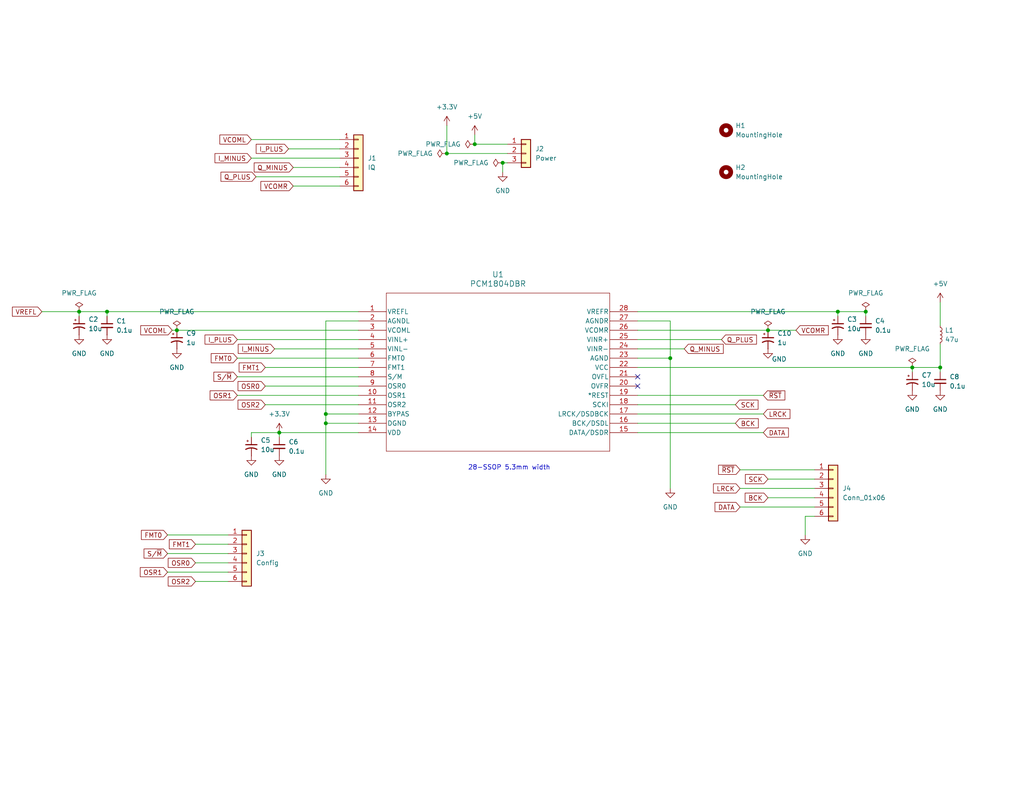
<source format=kicad_sch>
(kicad_sch (version 20231120) (generator "eeschema") (generator_version "8.0")
  (paper "USLetter")
  (title_block (title "PCM1804 Breakout Board") (date "2024-12-03") (rev "1") (company "Bruce MacKinnon KC1FSZ"))
  (lib_symbols
    (symbol "Connector_Generic:Conn_01x03" (pin_names (offset 1.016) hide)
      (property "Reference" "J" (at 0 5.08 0))
      (property "Value" "Conn_01x03" (at 0 -5.08 0))
      (symbol "Conn_01x03_1_1"
        (rectangle (start -1.27 -2.413) (end 0 -2.667) (stroke (width 0.1524)))
        (rectangle (start -1.27 0.127) (end 0 -0.127) (stroke (width 0.1524)))
        (rectangle (start -1.27 2.667) (end 0 2.413) (stroke (width 0.1524)))
        (rectangle (start -1.27 3.81) (end 1.27 -3.81) (stroke (width 0.254)) (fill (type background)))
        (pin passive line (at -5.08 2.54 0) (length 3.81) (name "Pin_1") (number "1"))
        (pin passive line (at -5.08 0 0) (length 3.81) (name "Pin_2") (number "2"))
        (pin passive line (at -5.08 -2.54 0) (length 3.81) (name "Pin_3") (number "3"))
      )
    )
    (symbol "Connector_Generic:Conn_01x06" (pin_names (offset 1.016) hide)
      (property "Reference" "J" (at 0 7.62 0))
      (property "Value" "Conn_01x06" (at 0 -10.16 0))
      (symbol "Conn_01x06_1_1"
        (rectangle (start -1.27 -7.493) (end 0 -7.747) (stroke (width 0.1524)))
        (rectangle (start -1.27 -4.953) (end 0 -5.207) (stroke (width 0.1524)))
        (rectangle (start -1.27 -2.413) (end 0 -2.667) (stroke (width 0.1524)))
        (rectangle (start -1.27 0.127) (end 0 -0.127) (stroke (width 0.1524)))
        (rectangle (start -1.27 2.667) (end 0 2.413) (stroke (width 0.1524)))
        (rectangle (start -1.27 5.207) (end 0 4.953) (stroke (width 0.1524)))
        (rectangle (start -1.27 6.35) (end 1.27 -8.89) (stroke (width 0.254)) (fill (type background)))
        (pin passive line (at -5.08 5.08 0) (length 3.81) (name "Pin_1") (number "1"))
        (pin passive line (at -5.08 2.54 0) (length 3.81) (name "Pin_2") (number "2"))
        (pin passive line (at -5.08 0 0) (length 3.81) (name "Pin_3") (number "3"))
        (pin passive line (at -5.08 -2.54 0) (length 3.81) (name "Pin_4") (number "4"))
        (pin passive line (at -5.08 -5.08 0) (length 3.81) (name "Pin_5") (number "5"))
        (pin passive line (at -5.08 -7.62 0) (length 3.81) (name "Pin_6") (number "6"))
      )
    )
    (symbol "Device:C_Polarized_Small_US" (pin_numbers hide) (pin_names (offset 0.254) hide)
      (property "Reference" "C" (at 0.254 1.778 0))
      (property "Value" "C_Polarized_Small_US" (at 0.254 -2.032 0))
      (symbol "C_Polarized_Small_US_0_1"
        (polyline (pts (xy -1.524 0.508) (xy 1.524 0.508)) (stroke (width 0.3048)))
        (polyline (pts (xy -1.27 1.524) (xy -0.762 1.524)))
        (polyline (pts (xy -1.016 1.27) (xy -1.016 1.778)))
        (arc (start 1.524 -0.762) (mid 0 -0.3734) (end -1.524 -0.762) (stroke (width 0.3048)))
      )
      (symbol "C_Polarized_Small_US_1_1"
        (pin passive line (at 0 2.54 270) (length 2.032) (name "~") (number "1"))
        (pin passive line (at 0 -2.54 90) (length 2.032) (name "~") (number "2"))
      )
    )
    (symbol "Device:C_Small" (pin_numbers hide) (pin_names (offset 0.254) hide)
      (property "Reference" "C" (at 0.254 1.778 0))
      (property "Value" "C_Small" (at 0.254 -2.032 0))
      (symbol "C_Small_0_1"
        (polyline (pts (xy -1.524 -0.508) (xy 1.524 -0.508)) (stroke (width 0.3302)))
        (polyline (pts (xy -1.524 0.508) (xy 1.524 0.508)) (stroke (width 0.3048)))
      )
      (symbol "C_Small_1_1"
        (pin passive line (at 0 2.54 270) (length 2.032) (name "~") (number "1"))
        (pin passive line (at 0 -2.54 90) (length 2.032) (name "~") (number "2"))
      )
    )
    (symbol "Device:L_Small" (pin_numbers hide) (pin_names (offset 0.254) hide)
      (property "Reference" "L" (at 0.762 1.016 0))
      (property "Value" "L_Small" (at 0.762 -1.016 0))
      (symbol "L_Small_0_1"
        (arc (start 0 -2.032) (mid 0.5058 -1.524) (end 0 -1.016))
        (arc (start 0 -1.016) (mid 0.5058 -0.508) (end 0 0))
        (arc (start 0 0) (mid 0.5058 0.508) (end 0 1.016))
        (arc (start 0 1.016) (mid 0.5058 1.524) (end 0 2.032))
      )
      (symbol "L_Small_1_1"
        (pin passive line (at 0 2.54 270) (length 0.508) (name "~") (number "1"))
        (pin passive line (at 0 -2.54 90) (length 0.508) (name "~") (number "2"))
      )
    )
    (symbol "Mechanical:MountingHole" (pin_names (offset 1.016)) (exclude_from_sim yes) (in_bom no)
      (property "Reference" "H" (at 0 5.08 0))
      (property "Value" "MountingHole" (at 0 3.175 0))
      (symbol "MountingHole_0_1"
        (circle (center 0 0) (radius 1.27) (stroke (width 1.27)))
      )
    )
    (symbol "power:+3.3V" (power) (pin_numbers hide) (pin_names (offset 0) hide)
      (property "Value" "+3.3V" (at 0 3.556 0))
      (symbol "+3.3V_0_1"
        (polyline (pts (xy -0.762 1.27) (xy 0 2.54)))
        (polyline (pts (xy 0 0) (xy 0 2.54)))
        (polyline (pts (xy 0 2.54) (xy 0.762 1.27)))
      )
      (symbol "+3.3V_1_1"
        (pin power_in line (at 0 0 90) (length 0) (name "~") (number "1"))
      )
    )
    (symbol "power:+5V" (power) (pin_numbers hide) (pin_names (offset 0) hide)
      (property "Value" "+5V" (at 0 3.556 0))
      (symbol "+5V_0_1"
        (polyline (pts (xy -0.762 1.27) (xy 0 2.54)))
        (polyline (pts (xy 0 0) (xy 0 2.54)))
        (polyline (pts (xy 0 2.54) (xy 0.762 1.27)))
      )
      (symbol "+5V_1_1"
        (pin power_in line (at 0 0 90) (length 0) (name "~") (number "1"))
      )
    )
    (symbol "power:GND" (power) (pin_numbers hide) (pin_names (offset 0) hide)
      (property "Value" "GND" (at 0 -3.81 0))
      (symbol "GND_0_1"
        (polyline (pts (xy 0 0) (xy 0 -1.27) (xy 1.27 -1.27) (xy 0 -2.54) (xy -1.27 -1.27) (xy 0 -1.27)))
      )
      (symbol "GND_1_1"
        (pin power_in line (at 0 0 270) (length 0) (name "~") (number "1"))
      )
    )
    (symbol "power:PWR_FLAG" (power) (pin_numbers hide) (pin_names (offset 0) hide)
      (property "Value" "PWR_FLAG" (at 0 3.81 0))
      (symbol "PWR_FLAG_0_0"
        (pin power_out line (at 0 0 90) (length 0) (name "~") (number "1"))
      )
      (symbol "PWR_FLAG_0_1"
        (polyline (pts (xy 0 0) (xy 0 1.27) (xy -1.016 1.905) (xy 0 2.54) (xy 1.016 1.905) (xy 0 1.27)))
      )
    )
    (symbol "symbol-library-1:PCM1804DBR" (pin_names (offset 0.254))
      (property "Reference" "U" (at 38.1 10.16 0))
      (property "Value" "PCM1804DBR" (at 38.1 7.62 0))
      (symbol "PCM1804DBR_0_1"
        (polyline (pts (xy 7.62 -38.1) (xy 68.58 -38.1)) (stroke (width 0.127)))
        (polyline (pts (xy 7.62 5.08) (xy 7.62 -38.1)) (stroke (width 0.127)))
        (polyline (pts (xy 68.58 -38.1) (xy 68.58 5.08)) (stroke (width 0.127)))
        (polyline (pts (xy 68.58 5.08) (xy 7.62 5.08)) (stroke (width 0.127)))
        (pin power_in line (at 0 0 0) (length 7.62) (name "VREFL") (number "1"))
        (pin input line (at 0 -22.86 0) (length 7.62) (name "OSR1") (number "10"))
        (pin input line (at 0 -25.4 0) (length 7.62) (name "OSR2") (number "11"))
        (pin input line (at 0 -27.94 0) (length 7.62) (name "BYPAS") (number "12"))
        (pin power_in line (at 0 -30.48 0) (length 7.62) (name "DGND") (number "13"))
        (pin power_in line (at 0 -33.02 0) (length 7.62) (name "VDD") (number "14"))
        (pin output line (at 76.2 -33.02 180) (length 7.62) (name "DATA/DSDR") (number "15"))
        (pin bidirectional line (at 76.2 -30.48 180) (length 7.62) (name "BCK/DSDL") (number "16"))
        (pin bidirectional line (at 76.2 -27.94 180) (length 7.62) (name "LRCK/DSDBCK") (number "17"))
        (pin input line (at 76.2 -25.4 180) (length 7.62) (name "SCKI") (number "18"))
        (pin input line (at 76.2 -22.86 180) (length 7.62) (name "*REST") (number "19"))
        (pin power_in line (at 0 -2.54 0) (length 7.62) (name "AGNDL") (number "2"))
        (pin output line (at 76.2 -20.32 180) (length 7.62) (name "OVFR") (number "20"))
        (pin output line (at 76.2 -17.78 180) (length 7.62) (name "OVFL") (number "21"))
        (pin power_in line (at 76.2 -15.24 180) (length 7.62) (name "VCC") (number "22"))
        (pin power_in line (at 76.2 -12.7 180) (length 7.62) (name "AGND") (number "23"))
        (pin input line (at 76.2 -10.16 180) (length 7.62) (name "VINR-") (number "24"))
        (pin input line (at 76.2 -7.62 180) (length 7.62) (name "VINR+") (number "25"))
        (pin power_in line (at 76.2 -5.08 180) (length 7.62) (name "VCOMR") (number "26"))
        (pin power_in line (at 76.2 -2.54 180) (length 7.62) (name "AGNDR") (number "27"))
        (pin power_in line (at 76.2 0 180) (length 7.62) (name "VREFR") (number "28"))
        (pin power_in line (at 0 -5.08 0) (length 7.62) (name "VCOML") (number "3"))
        (pin input line (at 0 -7.62 0) (length 7.62) (name "VINL+") (number "4"))
        (pin input line (at 0 -10.16 0) (length 7.62) (name "VINL-") (number "5"))
        (pin input line (at 0 -12.7 0) (length 7.62) (name "FMT0") (number "6"))
        (pin input line (at 0 -15.24 0) (length 7.62) (name "FMT1") (number "7"))
        (pin input line (at 0 -17.78 0) (length 7.62) (name "S/M") (number "8"))
        (pin input line (at 0 -20.32 0) (length 7.62) (name "OSR0") (number "9"))
      )
    )
  )
  (junction (at 76.2 118.11))
  (junction (at 182.88 97.79))
  (junction (at 121.92 41.91))
  (junction (at 88.9 113.03))
  (junction (at 256.54 100.33))
  (junction (at 209.55 90.17))
  (junction (at 29.21 85.09))
  (junction (at 137.16 44.45))
  (junction (at 21.59 85.09))
  (junction (at 129.54 39.37))
  (junction (at 88.9 115.57))
  (junction (at 228.6 85.09))
  (junction (at 48.26 90.17))
  (junction (at 248.92 100.33))
  (junction (at 236.22 85.09))
  (no_connect (at 173.99 105.41))
  (no_connect (at 173.99 102.87))
  (wire (pts (xy 173.99 90.17) (xy 209.55 90.17)))
  (wire (pts (xy 76.2 118.11) (xy 76.2 119.38)))
  (wire (pts (xy 256.54 82.55) (xy 256.54 88.9)))
  (wire (pts (xy 173.99 97.79) (xy 182.88 97.79)))
  (wire (pts (xy 219.71 146.05) (xy 219.71 140.97)))
  (wire (pts (xy 173.99 118.11) (xy 208.28 118.11)))
  (wire (pts (xy 121.92 34.29) (xy 121.92 41.91)))
  (wire (pts (xy 201.93 128.27) (xy 222.25 128.27)))
  (wire (pts (xy 72.39 100.33) (xy 97.79 100.33)))
  (wire (pts (xy 21.59 85.09) (xy 29.21 85.09)))
  (wire (pts (xy 21.59 86.36) (xy 21.59 85.09)))
  (wire (pts (xy 88.9 87.63) (xy 88.9 113.03)))
  (wire (pts (xy 45.72 156.21) (xy 62.23 156.21)))
  (wire (pts (xy 88.9 115.57) (xy 88.9 129.54)))
  (wire (pts (xy 29.21 85.09) (xy 29.21 86.36)))
  (wire (pts (xy 228.6 85.09) (xy 236.22 85.09)))
  (wire (pts (xy 53.34 148.59) (xy 62.23 148.59)))
  (wire (pts (xy 173.99 100.33) (xy 248.92 100.33)))
  (wire (pts (xy 64.77 107.95) (xy 97.79 107.95)))
  (wire (pts (xy 48.26 90.17) (xy 97.79 90.17)))
  (wire (pts (xy 173.99 115.57) (xy 200.66 115.57)))
  (wire (pts (xy 68.58 118.11) (xy 76.2 118.11)))
  (wire (pts (xy 69.85 48.26) (xy 92.71 48.26)))
  (wire (pts (xy 173.99 92.71) (xy 196.85 92.71)))
  (wire (pts (xy 45.72 146.05) (xy 62.23 146.05)))
  (wire (pts (xy 97.79 87.63) (xy 88.9 87.63)))
  (wire (pts (xy 228.6 86.36) (xy 228.6 85.09)))
  (wire (pts (xy 256.54 93.98) (xy 256.54 100.33)))
  (wire (pts (xy 88.9 115.57) (xy 97.79 115.57)))
  (wire (pts (xy 129.54 36.83) (xy 129.54 39.37)))
  (wire (pts (xy 248.92 100.33) (xy 256.54 100.33)))
  (wire (pts (xy 53.34 158.75) (xy 62.23 158.75)))
  (wire (pts (xy 173.99 110.49) (xy 200.66 110.49)))
  (wire (pts (xy 129.54 39.37) (xy 138.43 39.37)))
  (wire (pts (xy 72.39 105.41) (xy 97.79 105.41)))
  (wire (pts (xy 45.72 151.13) (xy 62.23 151.13)))
  (wire (pts (xy 256.54 100.33) (xy 256.54 101.6)))
  (wire (pts (xy 209.55 90.17) (xy 217.17 90.17)))
  (wire (pts (xy 137.16 44.45) (xy 137.16 46.99)))
  (wire (pts (xy 68.58 119.38) (xy 68.58 118.11)))
  (wire (pts (xy 68.58 43.18) (xy 92.71 43.18)))
  (wire (pts (xy 173.99 85.09) (xy 228.6 85.09)))
  (wire (pts (xy 173.99 107.95) (xy 208.28 107.95)))
  (wire (pts (xy 11.43 85.09) (xy 21.59 85.09)))
  (wire (pts (xy 78.74 40.64) (xy 92.71 40.64)))
  (wire (pts (xy 209.55 130.81) (xy 222.25 130.81)))
  (wire (pts (xy 80.01 50.8) (xy 92.71 50.8)))
  (wire (pts (xy 201.93 133.35) (xy 222.25 133.35)))
  (wire (pts (xy 72.39 110.49) (xy 97.79 110.49)))
  (wire (pts (xy 53.34 153.67) (xy 62.23 153.67)))
  (wire (pts (xy 182.88 87.63) (xy 182.88 97.79)))
  (wire (pts (xy 138.43 44.45) (xy 137.16 44.45)))
  (wire (pts (xy 209.55 135.89) (xy 222.25 135.89)))
  (wire (pts (xy 80.01 45.72) (xy 92.71 45.72)))
  (wire (pts (xy 173.99 95.25) (xy 186.69 95.25)))
  (wire (pts (xy 74.93 95.25) (xy 97.79 95.25)))
  (wire (pts (xy 68.58 38.1) (xy 92.71 38.1)))
  (wire (pts (xy 201.93 138.43) (xy 222.25 138.43)))
  (wire (pts (xy 46.99 90.17) (xy 48.26 90.17)))
  (wire (pts (xy 219.71 140.97) (xy 222.25 140.97)))
  (wire (pts (xy 64.77 92.71) (xy 97.79 92.71)))
  (wire (pts (xy 182.88 97.79) (xy 182.88 133.35)))
  (wire (pts (xy 121.92 41.91) (xy 138.43 41.91)))
  (wire (pts (xy 64.77 102.87) (xy 97.79 102.87)))
  (wire (pts (xy 29.21 85.09) (xy 97.79 85.09)))
  (wire (pts (xy 88.9 113.03) (xy 88.9 115.57)))
  (wire (pts (xy 248.92 101.6) (xy 248.92 100.33)))
  (wire (pts (xy 88.9 113.03) (xy 97.79 113.03)))
  (wire (pts (xy 236.22 85.09) (xy 236.22 86.36)))
  (wire (pts (xy 173.99 113.03) (xy 208.28 113.03)))
  (wire (pts (xy 76.2 118.11) (xy 97.79 118.11)))
  (wire (pts (xy 64.77 97.79) (xy 97.79 97.79)))
  (wire (pts (xy 173.99 87.63) (xy 182.88 87.63)))
  (text "28-SSOP 5.3mm width" (at 138.938 127.762 0) (effects (font (size 1.27 1.27))))
  (global_label "FMT1" (shape input) (at 72.39 100.33 180) (property "Intersheetrefs" "${INTERSHEET_REFS}" (effects (hide yes))))
  (global_label "LRCK" (shape input) (at 208.28 113.03 0) (property "Intersheetrefs" "${INTERSHEET_REFS}" (effects (hide yes))))
  (global_label "S{slash}~{M}" (shape input) (at 64.77 102.87 180) (property "Intersheetrefs" "${INTERSHEET_REFS}" (effects (hide yes))))
  (global_label "LRCK" (shape input) (at 201.93 133.35 180) (property "Intersheetrefs" "${INTERSHEET_REFS}" (effects (hide yes))))
  (global_label "Q_PLUS" (shape input) (at 69.85 48.26 180) (property "Intersheetrefs" "${INTERSHEET_REFS}" (effects (hide yes))))
  (global_label "OSR0" (shape input) (at 53.34 153.67 180) (property "Intersheetrefs" "${INTERSHEET_REFS}" (effects (hide yes))))
  (global_label "DATA" (shape input) (at 208.28 118.11 0) (property "Intersheetrefs" "${INTERSHEET_REFS}" (effects (hide yes))))
  (global_label "Q_MINUS" (shape input) (at 186.69 95.25 0) (property "Intersheetrefs" "${INTERSHEET_REFS}" (effects (hide yes))))
  (global_label "OSR1" (shape input) (at 64.77 107.95 180) (property "Intersheetrefs" "${INTERSHEET_REFS}" (effects (hide yes))))
  (global_label "I_PLUS" (shape input) (at 64.77 92.71 180) (property "Intersheetrefs" "${INTERSHEET_REFS}" (effects (hide yes))))
  (global_label "OSR0" (shape input) (at 72.39 105.41 180) (property "Intersheetrefs" "${INTERSHEET_REFS}" (effects (hide yes))))
  (global_label "~{RST}" (shape input) (at 201.93 128.27 180) (property "Intersheetrefs" "${INTERSHEET_REFS}" (effects (hide yes))))
  (global_label "SCK" (shape input) (at 209.55 130.81 180) (property "Intersheetrefs" "${INTERSHEET_REFS}" (effects (hide yes))))
  (global_label "VCOMR" (shape input) (at 80.01 50.8 180) (property "Intersheetrefs" "${INTERSHEET_REFS}" (effects (hide yes))))
  (global_label "OSR1" (shape input) (at 45.72 156.21 180) (property "Intersheetrefs" "${INTERSHEET_REFS}" (effects (hide yes))))
  (global_label "VCOML" (shape input) (at 68.58 38.1 180) (property "Intersheetrefs" "${INTERSHEET_REFS}" (effects (hide yes))))
  (global_label "VCOMR" (shape input) (at 217.17 90.17 0) (property "Intersheetrefs" "${INTERSHEET_REFS}" (effects (hide yes))))
  (global_label "OSR2" (shape input) (at 72.39 110.49 180) (property "Intersheetrefs" "${INTERSHEET_REFS}" (effects (hide yes))))
  (global_label "I_PLUS" (shape input) (at 78.74 40.64 180) (property "Intersheetrefs" "${INTERSHEET_REFS}" (effects (hide yes))))
  (global_label "~{RST}" (shape input) (at 208.28 107.95 0) (property "Intersheetrefs" "${INTERSHEET_REFS}" (effects (hide yes))))
  (global_label "BCK" (shape input) (at 200.66 115.57 0) (property "Intersheetrefs" "${INTERSHEET_REFS}" (effects (hide yes))))
  (global_label "VREFL" (shape input) (at 11.43 85.09 180) (property "Intersheetrefs" "${INTERSHEET_REFS}" (effects (hide yes))))
  (global_label "BCK" (shape input) (at 209.55 135.89 180) (property "Intersheetrefs" "${INTERSHEET_REFS}" (effects (hide yes))))
  (global_label "VCOML" (shape input) (at 46.99 90.17 180) (property "Intersheetrefs" "${INTERSHEET_REFS}" (effects (hide yes))))
  (global_label "FMT0" (shape input) (at 45.72 146.05 180) (property "Intersheetrefs" "${INTERSHEET_REFS}" (effects (hide yes))))
  (global_label "S{slash}~{M}" (shape input) (at 45.72 151.13 180) (property "Intersheetrefs" "${INTERSHEET_REFS}" (effects (hide yes))))
  (global_label "Q_MINUS" (shape input) (at 80.01 45.72 180) (property "Intersheetrefs" "${INTERSHEET_REFS}" (effects (hide yes))))
  (global_label "SCK" (shape input) (at 200.66 110.49 0) (property "Intersheetrefs" "${INTERSHEET_REFS}" (effects (hide yes))))
  (global_label "DATA" (shape input) (at 201.93 138.43 180) (property "Intersheetrefs" "${INTERSHEET_REFS}" (effects (hide yes))))
  (global_label "I_MINUS" (shape input) (at 74.93 95.25 180) (property "Intersheetrefs" "${INTERSHEET_REFS}" (effects (hide yes))))
  (global_label "Q_PLUS" (shape input) (at 196.85 92.71 0) (property "Intersheetrefs" "${INTERSHEET_REFS}" (effects (hide yes))))
  (global_label "FMT0" (shape input) (at 64.77 97.79 180) (property "Intersheetrefs" "${INTERSHEET_REFS}" (effects (hide yes))))
  (global_label "FMT1" (shape input) (at 53.34 148.59 180) (property "Intersheetrefs" "${INTERSHEET_REFS}" (effects (hide yes))))
  (global_label "I_MINUS" (shape input) (at 68.58 43.18 180) (property "Intersheetrefs" "${INTERSHEET_REFS}" (effects (hide yes))))
  (global_label "OSR2" (shape input) (at 53.34 158.75 180) (property "Intersheetrefs" "${INTERSHEET_REFS}" (effects (hide yes))))
  (symbol (lib_id "power:GND") (at 236.22 91.44 0) (unit 1)
    (property "Reference" "#PWR04" (effects (hide yes)))
    (property "Value" "GND" (at 236.22 96.52 0))
    (property "Description" "Power symbol creates a global label with name \"GND\" , ground" (effects (hide yes)))
  )
  (symbol (lib_id "power:PWR_FLAG") (at 248.92 100.33 0) (unit 1)
    (property "Reference" "#FLG04" (effects (hide yes)))
    (property "Value" "PWR_FLAG" (at 248.92 95.25 0))
    (property "Description" "Special symbol for telling ERC where power comes from" (effects (hide yes)))
  )
  (symbol (lib_id "Connector_Generic:Conn_01x06") (at 97.79 43.18 0) (unit 1)
    (property "Reference" "J1" (at 100.33 43.1799 0) (effects (justify left)))
    (property "Value" "IQ" (at 100.33 45.7199 0) (effects (justify left)))
    (property "Footprint" "Connector_PinHeader_2.54mm:PinHeader_1x06_P2.54mm_Vertical" (effects (hide yes)))
    (property "Description" "Generic connector, single row, 01x06, script generated (kicad-library-utils/schlib/autogen/connector/)" (effects (hide yes)))
  )
  (symbol (lib_id "power:GND") (at 256.54 106.68 0) (unit 1)
    (property "Reference" "#PWR011" (effects (hide yes)))
    (property "Value" "GND" (at 256.54 111.76 0))
    (property "Description" "Power symbol creates a global label with name \"GND\" , ground" (effects (hide yes)))
  )
  (symbol (lib_id "Device:C_Polarized_Small_US") (at 21.59 88.9 0) (unit 1)
    (property "Reference" "C2" (at 24.13 87.1981 0) (effects (justify left)))
    (property "Value" "10u" (at 24.13 89.7381 0) (effects (justify left)))
    (property "Footprint" "Capacitor_THT:CP_Radial_D4.0mm_P2.00mm" (effects (hide yes)))
    (property "Description" "Polarized capacitor, small US symbol" (effects (hide yes)))
  )
  (symbol (lib_id "power:GND") (at 48.26 95.25 0) (unit 1)
    (property "Reference" "#PWR013" (effects (hide yes)))
    (property "Value" "GND" (at 48.26 100.33 0))
    (property "Description" "Power symbol creates a global label with name \"GND\" , ground" (effects (hide yes)))
  )
  (symbol (lib_id "power:GND") (at 182.88 133.35 0) (unit 1)
    (property "Reference" "#PWR06" (effects (hide yes)))
    (property "Value" "GND" (at 182.88 138.43 0))
    (property "Description" "Power symbol creates a global label with name \"GND\" , ground" (effects (hide yes)))
  )
  (symbol (lib_id "power:GND") (at 137.16 46.99 0) (unit 1)
    (property "Reference" "#PWR015" (effects (hide yes)))
    (property "Value" "GND" (at 137.16 52.07 0))
    (property "Description" "Power symbol creates a global label with name \"GND\" , ground" (effects (hide yes)))
  )
  (symbol (lib_id "power:GND") (at 76.2 124.46 0) (unit 1)
    (property "Reference" "#PWR08" (effects (hide yes)))
    (property "Value" "GND" (at 76.2 129.54 0))
    (property "Description" "Power symbol creates a global label with name \"GND\" , ground" (effects (hide yes)))
  )
  (symbol (lib_id "power:GND") (at 29.21 91.44 0) (unit 1)
    (property "Reference" "#PWR02" (effects (hide yes)))
    (property "Value" "GND" (at 29.21 96.52 0))
    (property "Description" "Power symbol creates a global label with name \"GND\" , ground" (effects (hide yes)))
  )
  (symbol (lib_id "Mechanical:MountingHole") (at 198.12 46.99 0) (unit 1) (exclude_from_sim yes) (in_bom no)
    (property "Reference" "H2" (at 200.66 45.7199 0) (effects (justify left)))
    (property "Value" "MountingHole" (at 200.66 48.2599 0) (effects (justify left)))
    (property "Footprint" "MountingHole:MountingHole_3mm" (effects (hide yes)))
    (property "Description" "Mounting Hole without connection" (effects (hide yes)))
  )
  (symbol (lib_id "power:+3.3V") (at 76.2 118.11 0) (unit 1)
    (property "Reference" "#PWR09" (effects (hide yes)))
    (property "Value" "+3.3V" (at 76.2 113.03 0))
    (property "Description" "Power symbol creates a global label with name \"+3.3V\"" (effects (hide yes)))
  )
  (symbol (lib_id "power:PWR_FLAG") (at 236.22 85.09 0) (unit 1)
    (property "Reference" "#FLG05" (effects (hide yes)))
    (property "Value" "PWR_FLAG" (at 236.22 80.01 0))
    (property "Description" "Special symbol for telling ERC where power comes from" (effects (hide yes)))
  )
  (symbol (lib_id "power:GND") (at 248.92 106.68 0) (unit 1)
    (property "Reference" "#PWR010" (effects (hide yes)))
    (property "Value" "GND" (at 248.92 111.76 0))
    (property "Description" "Power symbol creates a global label with name \"GND\" , ground" (effects (hide yes)))
  )
  (symbol (lib_id "power:GND") (at 21.59 91.44 0) (unit 1)
    (property "Reference" "#PWR01" (effects (hide yes)))
    (property "Value" "GND" (at 21.59 96.52 0))
    (property "Description" "Power symbol creates a global label with name \"GND\" , ground" (effects (hide yes)))
  )
  (symbol (lib_id "power:GND") (at 209.55 95.25 0) (unit 1)
    (property "Reference" "#PWR014" (effects (hide yes)))
    (property "Value" "GND" (at 212.598 98.044 0))
    (property "Description" "Power symbol creates a global label with name \"GND\" , ground" (effects (hide yes)))
  )
  (symbol (lib_id "Device:C_Small") (at 236.22 88.9 0) (unit 1)
    (property "Reference" "C4" (at 238.76 87.6362 0) (effects (justify left)))
    (property "Value" "0.1u" (at 238.76 90.1762 0) (effects (justify left)))
    (property "Footprint" "Capacitor_SMD:C_0805_2012Metric_Pad1.18x1.45mm_HandSolder" (effects (hide yes)))
    (property "Description" "Unpolarized capacitor, small symbol" (effects (hide yes)))
  )
  (symbol (lib_id "power:GND") (at 228.6 91.44 0) (unit 1)
    (property "Reference" "#PWR03" (effects (hide yes)))
    (property "Value" "GND" (at 228.6 96.52 0))
    (property "Description" "Power symbol creates a global label with name \"GND\" , ground" (effects (hide yes)))
  )
  (symbol (lib_id "Device:L_Small") (at 256.54 91.44 0) (unit 1)
    (property "Reference" "L1" (at 257.81 90.1699 0) (effects (justify left)))
    (property "Value" "47u" (at 257.81 92.7099 0) (effects (justify left)))
    (property "Footprint" "Inductor_SMD:L_0805_2012Metric_Pad1.15x1.40mm_HandSolder" (effects (hide yes)))
    (property "Description" "Inductor, small symbol" (effects (hide yes)))
  )
  (symbol (lib_id "Connector_Generic:Conn_01x06") (at 227.33 133.35 0) (unit 1)
    (property "Reference" "J4" (at 229.87 133.3499 0) (effects (justify left)))
    (property "Value" "Conn_01x06" (at 229.87 135.8899 0) (effects (justify left)))
    (property "Footprint" "Connector_PinHeader_2.54mm:PinHeader_1x06_P2.54mm_Vertical" (effects (hide yes)))
    (property "Description" "Generic connector, single row, 01x06, script generated (kicad-library-utils/schlib/autogen/connector/)" (effects (hide yes)))
  )
  (symbol (lib_id "Device:C_Small") (at 29.21 88.9 0) (unit 1)
    (property "Reference" "C1" (at 31.75 87.6362 0) (effects (justify left)))
    (property "Value" "0.1u" (at 31.75 90.1762 0) (effects (justify left)))
    (property "Footprint" "Capacitor_SMD:C_0805_2012Metric_Pad1.18x1.45mm_HandSolder" (effects (hide yes)))
    (property "Description" "Unpolarized capacitor, small symbol" (effects (hide yes)))
  )
  (symbol (lib_id "power:GND") (at 88.9 129.54 0) (unit 1)
    (property "Reference" "#PWR05" (effects (hide yes)))
    (property "Value" "GND" (at 88.9 134.62 0))
    (property "Description" "Power symbol creates a global label with name \"GND\" , ground" (effects (hide yes)))
  )
  (symbol (lib_id "Device:C_Small") (at 256.54 104.14 0) (unit 1)
    (property "Reference" "C8" (at 259.08 102.8762 0) (effects (justify left)))
    (property "Value" "0.1u" (at 259.08 105.4162 0) (effects (justify left)))
    (property "Footprint" "Capacitor_SMD:C_0805_2012Metric_Pad1.18x1.45mm_HandSolder" (effects (hide yes)))
    (property "Description" "Unpolarized capacitor, small symbol" (effects (hide yes)))
  )
  (symbol (lib_id "Mechanical:MountingHole") (at 198.12 35.56 0) (unit 1) (exclude_from_sim yes) (in_bom no)
    (property "Reference" "H1" (at 200.66 34.2899 0) (effects (justify left)))
    (property "Value" "MountingHole" (at 200.66 36.8299 0) (effects (justify left)))
    (property "Footprint" "MountingHole:MountingHole_3mm" (effects (hide yes)))
    (property "Description" "Mounting Hole without connection" (effects (hide yes)))
  )
  (symbol (lib_id "power:PWR_FLAG") (at 209.55 90.17 0) (unit 1)
    (property "Reference" "#FLG07" (effects (hide yes)))
    (property "Value" "PWR_FLAG" (at 209.55 85.09 0))
    (property "Description" "Special symbol for telling ERC where power comes from" (effects (hide yes)))
  )
  (symbol (lib_id "symbol-library-1:PCM1804DBR") (at 97.79 85.09 0) (unit 1)
    (property "Reference" "U1" (at 135.89 74.93 0) (effects (font (size 1.524 1.524))))
    (property "Value" "PCM1804DBR" (at 135.89 77.47 0) (effects (font (size 1.524 1.524))))
    (property "Footprint" "Package_SO:SSOP-28_5.3x10.2mm_P0.65mm" (effects (hide yes)))
    (property "Datasheet" "PCM1804DBR" (effects (hide yes)))
  )
  (symbol (lib_id "power:PWR_FLAG") (at 21.59 85.09 0) (unit 1)
    (property "Reference" "#FLG06" (effects (hide yes)))
    (property "Value" "PWR_FLAG" (at 21.59 80.01 0))
    (property "Description" "Special symbol for telling ERC where power comes from" (effects (hide yes)))
  )
  (symbol (lib_id "Connector_Generic:Conn_01x03") (at 143.51 41.91 0) (unit 1)
    (property "Reference" "J2" (at 146.05 40.6399 0) (effects (justify left)))
    (property "Value" "Power" (at 146.05 43.1799 0) (effects (justify left)))
    (property "Footprint" "Connector_PinHeader_2.54mm:PinHeader_1x03_P2.54mm_Vertical" (effects (hide yes)))
    (property "Description" "Generic connector, single row, 01x03, script generated (kicad-library-utils/schlib/autogen/connector/)" (effects (hide yes)))
  )
  (symbol (lib_id "Device:C_Polarized_Small_US") (at 209.55 92.71 0) (unit 1)
    (property "Reference" "C10" (at 212.09 91.0081 0) (effects (justify left)))
    (property "Value" "1u" (at 212.09 93.5481 0) (effects (justify left)))
    (property "Footprint" "Capacitor_SMD:C_0805_2012Metric_Pad1.18x1.45mm_HandSolder" (effects (hide yes)))
    (property "Description" "Polarized capacitor, small US symbol" (effects (hide yes)))
  )
  (symbol (lib_id "power:PWR_FLAG") (at 137.16 44.45 90) (unit 1)
    (property "Reference" "#FLG03" (effects (hide yes)))
    (property "Value" "PWR_FLAG" (at 133.35 44.4499 90) (effects (justify left)))
    (property "Description" "Special symbol for telling ERC where power comes from" (effects (hide yes)))
  )
  (symbol (lib_id "power:+3.3V") (at 121.92 34.29 0) (unit 1)
    (property "Reference" "#PWR016" (effects (hide yes)))
    (property "Value" "+3.3V" (at 121.92 29.21 0))
    (property "Description" "Power symbol creates a global label with name \"+3.3V\"" (effects (hide yes)))
  )
  (symbol (lib_id "Device:C_Polarized_Small_US") (at 48.26 92.71 0) (unit 1)
    (property "Reference" "C9" (at 50.8 91.0081 0) (effects (justify left)))
    (property "Value" "1u" (at 50.8 93.5481 0) (effects (justify left)))
    (property "Footprint" "Capacitor_SMD:C_0805_2012Metric_Pad1.18x1.45mm_HandSolder" (effects (hide yes)))
    (property "Description" "Polarized capacitor, small US symbol" (effects (hide yes)))
  )
  (symbol (lib_id "Device:C_Polarized_Small_US") (at 248.92 104.14 0) (unit 1)
    (property "Reference" "C7" (at 251.46 102.4381 0) (effects (justify left)))
    (property "Value" "10u" (at 251.46 104.9781 0) (effects (justify left)))
    (property "Footprint" "Capacitor_THT:CP_Radial_D4.0mm_P2.00mm" (effects (hide yes)))
    (property "Description" "Polarized capacitor, small US symbol" (effects (hide yes)))
  )
  (symbol (lib_id "power:GND") (at 68.58 124.46 0) (unit 1)
    (property "Reference" "#PWR07" (effects (hide yes)))
    (property "Value" "GND" (at 68.58 129.54 0))
    (property "Description" "Power symbol creates a global label with name \"GND\" , ground" (effects (hide yes)))
  )
  (symbol (lib_id "power:GND") (at 219.71 146.05 0) (unit 1)
    (property "Reference" "#PWR018" (effects (hide yes)))
    (property "Value" "GND" (at 219.71 151.13 0))
    (property "Description" "Power symbol creates a global label with name \"GND\" , ground" (effects (hide yes)))
  )
  (symbol (lib_id "power:+5V") (at 129.54 36.83 0) (unit 1)
    (property "Reference" "#PWR017" (effects (hide yes)))
    (property "Value" "+5V" (at 129.54 31.75 0))
    (property "Description" "Power symbol creates a global label with name \"+5V\"" (effects (hide yes)))
  )
  (symbol (lib_id "power:PWR_FLAG") (at 121.92 41.91 90) (unit 1)
    (property "Reference" "#FLG01" (effects (hide yes)))
    (property "Value" "PWR_FLAG" (at 118.11 41.9099 90) (effects (justify left)))
    (property "Description" "Special symbol for telling ERC where power comes from" (effects (hide yes)))
  )
  (symbol (lib_id "power:+5V") (at 256.54 82.55 0) (unit 1)
    (property "Reference" "#PWR012" (effects (hide yes)))
    (property "Value" "+5V" (at 256.54 77.47 0))
    (property "Description" "Power symbol creates a global label with name \"+5V\"" (effects (hide yes)))
  )
  (symbol (lib_id "power:PWR_FLAG") (at 129.54 39.37 90) (unit 1)
    (property "Reference" "#FLG02" (effects (hide yes)))
    (property "Value" "PWR_FLAG" (at 125.73 39.3699 90) (effects (justify left)))
    (property "Description" "Special symbol for telling ERC where power comes from" (effects (hide yes)))
  )
  (symbol (lib_id "Device:C_Polarized_Small_US") (at 228.6 88.9 0) (unit 1)
    (property "Reference" "C3" (at 231.14 87.1981 0) (effects (justify left)))
    (property "Value" "10u" (at 231.14 89.7381 0) (effects (justify left)))
    (property "Footprint" "Capacitor_THT:CP_Radial_D4.0mm_P2.00mm" (effects (hide yes)))
    (property "Description" "Polarized capacitor, small US symbol" (effects (hide yes)))
  )
  (symbol (lib_id "Connector_Generic:Conn_01x06") (at 67.31 151.13 0) (unit 1)
    (property "Reference" "J3" (at 69.85 151.1299 0) (effects (justify left)))
    (property "Value" "Config" (at 69.85 153.6699 0) (effects (justify left)))
    (property "Footprint" "Connector_PinHeader_2.54mm:PinHeader_1x06_P2.54mm_Vertical" (effects (hide yes)))
    (property "Description" "Generic connector, single row, 01x06, script generated (kicad-library-utils/schlib/autogen/connector/)" (effects (hide yes)))
  )
  (symbol (lib_id "Device:C_Small") (at 76.2 121.92 0) (unit 1)
    (property "Reference" "C6" (at 78.74 120.6562 0) (effects (justify left)))
    (property "Value" "0.1u" (at 78.74 123.1962 0) (effects (justify left)))
    (property "Footprint" "Capacitor_SMD:C_0805_2012Metric_Pad1.18x1.45mm_HandSolder" (effects (hide yes)))
    (property "Description" "Unpolarized capacitor, small symbol" (effects (hide yes)))
  )
  (symbol (lib_id "power:PWR_FLAG") (at 48.26 90.17 0) (unit 1)
    (property "Reference" "#FLG08" (effects (hide yes)))
    (property "Value" "PWR_FLAG" (at 48.26 85.09 0))
    (property "Description" "Special symbol for telling ERC where power comes from" (effects (hide yes)))
  )
  (symbol (lib_id "Device:C_Polarized_Small_US") (at 68.58 121.92 0) (unit 1)
    (property "Reference" "C5" (at 71.12 120.2181 0) (effects (justify left)))
    (property "Value" "10u" (at 71.12 122.7581 0) (effects (justify left)))
    (property "Footprint" "Capacitor_THT:CP_Radial_D4.0mm_P2.00mm" (effects (hide yes)))
    (property "Description" "Polarized capacitor, small US symbol" (effects (hide yes)))
  )
)
</source>
